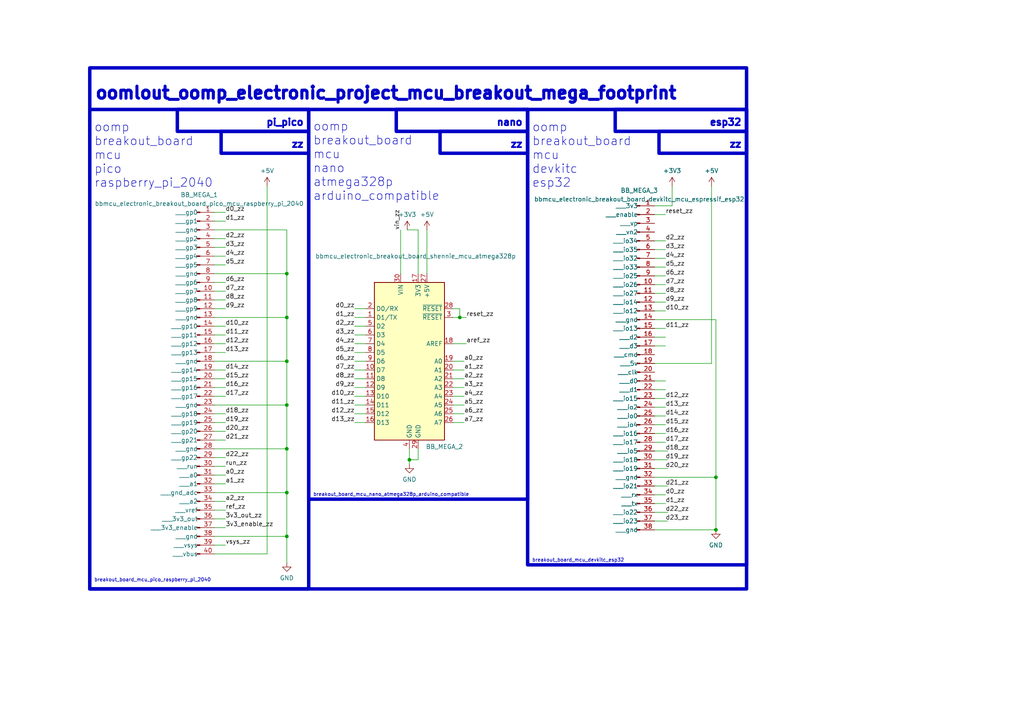
<source format=kicad_sch>
(kicad_sch (version 20230121) (generator eeschema)
  (paper "A4")
  (lib_symbols
    (symbol "oomlout_oomp_part_symbols:bbmcu_electronic_breakout_board_devkitc_mcu_espressif_esp32" (pin_names (offset 1.016))
      (property "Reference" "BB" (at 0 48.26 0))
      (property "Value" "bbmcu_electronic_breakout_board_devkitc_mcu_espressif_esp32" (at 0 -50.8 0))
      (symbol "bbmcu_electronic_breakout_board_devkitc_mcu_espressif_esp32_1_1"
        (polyline (pts (xy 1.27 -48.26) (xy 0.8636 -48.26)) (stroke (width 0.1524)))
        (polyline (pts (xy 1.27 -45.72) (xy 0.8636 -45.72)) (stroke (width 0.1524)))
        (polyline (pts (xy 1.27 -43.18) (xy 0.8636 -43.18)) (stroke (width 0.1524)))
        (polyline (pts (xy 1.27 -40.64) (xy 0.8636 -40.64)) (stroke (width 0.1524)))
        (polyline (pts (xy 1.27 -38.1) (xy 0.8636 -38.1)) (stroke (width 0.1524)))
        (polyline (pts (xy 1.27 -35.56) (xy 0.8636 -35.56)) (stroke (width 0.1524)))
        (polyline (pts (xy 1.27 -33.02) (xy 0.8636 -33.02)) (stroke (width 0.1524)))
        (polyline (pts (xy 1.27 -30.48) (xy 0.8636 -30.48)) (stroke (width 0.1524)))
        (polyline (pts (xy 1.27 -27.94) (xy 0.8636 -27.94)) (stroke (width 0.1524)))
        (polyline (pts (xy 1.27 -25.4) (xy 0.8636 -25.4)) (stroke (width 0.1524)))
        (polyline (pts (xy 1.27 -22.86) (xy 0.8636 -22.86)) (stroke (width 0.1524)))
        (polyline (pts (xy 1.27 -20.32) (xy 0.8636 -20.32)) (stroke (width 0.1524)))
        (polyline (pts (xy 1.27 -17.78) (xy 0.8636 -17.78)) (stroke (width 0.1524)))
        (polyline (pts (xy 1.27 -15.24) (xy 0.8636 -15.24)) (stroke (width 0.1524)))
        (polyline (pts (xy 1.27 -12.7) (xy 0.8636 -12.7)) (stroke (width 0.1524)))
        (polyline (pts (xy 1.27 -10.16) (xy 0.8636 -10.16)) (stroke (width 0.1524)))
        (polyline (pts (xy 1.27 -7.62) (xy 0.8636 -7.62)) (stroke (width 0.1524)))
        (polyline (pts (xy 1.27 -5.08) (xy 0.8636 -5.08)) (stroke (width 0.1524)))
        (polyline (pts (xy 1.27 -2.54) (xy 0.8636 -2.54)) (stroke (width 0.1524)))
        (polyline (pts (xy 1.27 0) (xy 0.8636 0)) (stroke (width 0.1524)))
        (polyline (pts (xy 1.27 2.54) (xy 0.8636 2.54)) (stroke (width 0.1524)))
        (polyline (pts (xy 1.27 5.08) (xy 0.8636 5.08)) (stroke (width 0.1524)))
        (polyline (pts (xy 1.27 7.62) (xy 0.8636 7.62)) (stroke (width 0.1524)))
        (polyline (pts (xy 1.27 10.16) (xy 0.8636 10.16)) (stroke (width 0.1524)))
        (polyline (pts (xy 1.27 12.7) (xy 0.8636 12.7)) (stroke (width 0.1524)))
        (polyline (pts (xy 1.27 15.24) (xy 0.8636 15.24)) (stroke (width 0.1524)))
        (polyline (pts (xy 1.27 17.78) (xy 0.8636 17.78)) (stroke (width 0.1524)))
        (polyline (pts (xy 1.27 20.32) (xy 0.8636 20.32)) (stroke (width 0.1524)))
        (polyline (pts (xy 1.27 22.86) (xy 0.8636 22.86)) (stroke (width 0.1524)))
        (polyline (pts (xy 1.27 25.4) (xy 0.8636 25.4)) (stroke (width 0.1524)))
        (polyline (pts (xy 1.27 27.94) (xy 0.8636 27.94)) (stroke (width 0.1524)))
        (polyline (pts (xy 1.27 30.48) (xy 0.8636 30.48)) (stroke (width 0.1524)))
        (polyline (pts (xy 1.27 33.02) (xy 0.8636 33.02)) (stroke (width 0.1524)))
        (polyline (pts (xy 1.27 35.56) (xy 0.8636 35.56)) (stroke (width 0.1524)))
        (polyline (pts (xy 1.27 38.1) (xy 0.8636 38.1)) (stroke (width 0.1524)))
        (polyline (pts (xy 1.27 40.64) (xy 0.8636 40.64)) (stroke (width 0.1524)))
        (polyline (pts (xy 1.27 43.18) (xy 0.8636 43.18)) (stroke (width 0.1524)))
        (polyline (pts (xy 1.27 45.72) (xy 0.8636 45.72)) (stroke (width 0.1524)))
        (rectangle (start 0.8636 -48.133) (end 0 -48.387) (stroke (width 0.1524)) (fill (type outline)))
        (rectangle (start 0.8636 -45.593) (end 0 -45.847) (stroke (width 0.1524)) (fill (type outline)))
        (rectangle (start 0.8636 -43.053) (end 0 -43.307) (stroke (width 0.1524)) (fill (type outline)))
        (rectangle (start 0.8636 -40.513) (end 0 -40.767) (stroke (width 0.1524)) (fill (type outline)))
        (rectangle (start 0.8636 -37.973) (end 0 -38.227) (stroke (width 0.1524)) (fill (type outline)))
        (rectangle (start 0.8636 -35.433) (end 0 -35.687) (stroke (width 0.1524)) (fill (type outline)))
        (rectangle (start 0.8636 -32.893) (end 0 -33.147) (stroke (width 0.1524)) (fill (type outline)))
        (rectangle (start 0.8636 -30.353) (end 0 -30.607) (stroke (width 0.1524)) (fill (type outline)))
        (rectangle (start 0.8636 -27.813) (end 0 -28.067) (stroke (width 0.1524)) (fill (type outline)))
        (rectangle (start 0.8636 -25.273) (end 0 -25.527) (stroke (width 0.1524)) (fill (type outline)))
        (rectangle (start 0.8636 -22.733) (end 0 -22.987) (stroke (width 0.1524)) (fill (type outline)))
        (rectangle (start 0.8636 -20.193) (end 0 -20.447) (stroke (width 0.1524)) (fill (type outline)))
        (rectangle (start 0.8636 -17.653) (end 0 -17.907) (stroke (width 0.1524)) (fill (type outline)))
        (rectangle (start 0.8636 -15.113) (end 0 -15.367) (stroke (width 0.1524)) (fill (type outline)))
        (rectangle (start 0.8636 -12.573) (end 0 -12.827) (stroke (width 0.1524)) (fill (type outline)))
        (rectangle (start 0.8636 -10.033) (end 0 -10.287) (stroke (width 0.1524)) (fill (type outline)))
        (rectangle (start 0.8636 -7.493) (end 0 -7.747) (stroke (width 0.1524)) (fill (type outline)))
        (rectangle (start 0.8636 -4.953) (end 0 -5.207) (stroke (width 0.1524)) (fill (type outline)))
        (rectangle (start 0.8636 -2.413) (end 0 -2.667) (stroke (width 0.1524)) (fill (type outline)))
        (rectangle (start 0.8636 0.127) (end 0 -0.127) (stroke (width 0.1524)) (fill (type outline)))
        (rectangle (start 0.8636 2.667) (end 0 2.413) (stroke (width 0.1524)) (fill (type outline)))
        (rectangle (start 0.8636 5.207) (end 0 4.953) (stroke (width 0.1524)) (fill (type outline)))
        (rectangle (start 0.8636 7.747) (end 0 7.493) (stroke (width 0.1524)) (fill (type outline)))
        (rectangle (start 0.8636 10.287) (end 0 10.033) (stroke (width 0.1524)) (fill (type outline)))
        (rectangle (start 0.8636 12.827) (end 0 12.573) (stroke (width 0.1524)) (fill (type outline)))
        (rectangle (start 0.8636 15.367) (end 0 15.113) (stroke (width 0.1524)) (fill (type outline)))
        (rectangle (start 0.8636 17.907) (end 0 17.653) (stroke (width 0.1524)) (fill (type outline)))
        (rectangle (start 0.8636 20.447) (end 0 20.193) (stroke (width 0.1524)) (fill (type outline)))
        (rectangle (start 0.8636 22.987) (end 0 22.733) (stroke (width 0.1524)) (fill (type outline)))
        (rectangle (start 0.8636 25.527) (end 0 25.273) (stroke (width 0.1524)) (fill (type outline)))
        (rectangle (start 0.8636 28.067) (end 0 27.813) (stroke (width 0.1524)) (fill (type outline)))
        (rectangle (start 0.8636 30.607) (end 0 30.353) (stroke (width 0.1524)) (fill (type outline)))
        (rectangle (start 0.8636 33.147) (end 0 32.893) (stroke (width 0.1524)) (fill (type outline)))
        (rectangle (start 0.8636 35.687) (end 0 35.433) (stroke (width 0.1524)) (fill (type outline)))
        (rectangle (start 0.8636 38.227) (end 0 37.973) (stroke (width 0.1524)) (fill (type outline)))
        (rectangle (start 0.8636 40.767) (end 0 40.513) (stroke (width 0.1524)) (fill (type outline)))
        (rectangle (start 0.8636 43.307) (end 0 43.053) (stroke (width 0.1524)) (fill (type outline)))
        (rectangle (start 0.8636 45.847) (end 0 45.593) (stroke (width 0.1524)) (fill (type outline)))
        (pin passive line (at 5.08 45.72 180) (length 3.81) (name "___3v3") (number "1"))
        (pin passive line (at 5.08 22.86 180) (length 3.81) (name "___io26") (number "10"))
        (pin passive line (at 5.08 20.32 180) (length 3.81) (name "___io27") (number "11"))
        (pin passive line (at 5.08 17.78 180) (length 3.81) (name "___io14") (number "12"))
        (pin passive line (at 5.08 15.24 180) (length 3.81) (name "___io12") (number "13"))
        (pin passive line (at 5.08 12.7 180) (length 3.81) (name "___gnd") (number "14"))
        (pin passive line (at 5.08 10.16 180) (length 3.81) (name "___io13") (number "15"))
        (pin passive line (at 5.08 7.62 180) (length 3.81) (name "___d2") (number "16"))
        (pin passive line (at 5.08 5.08 180) (length 3.81) (name "___d3") (number "17"))
        (pin passive line (at 5.08 2.54 180) (length 3.81) (name "___cmd") (number "18"))
        (pin passive line (at 5.08 0 180) (length 3.81) (name "___5v") (number "19"))
        (pin passive line (at 5.08 43.18 180) (length 3.81) (name "___enable") (number "2"))
        (pin passive line (at 5.08 -2.54 180) (length 3.81) (name "___clk") (number "20"))
        (pin passive line (at 5.08 -5.08 180) (length 3.81) (name "___d0") (number "21"))
        (pin passive line (at 5.08 -7.62 180) (length 3.81) (name "___d1") (number "22"))
        (pin passive line (at 5.08 -10.16 180) (length 3.81) (name "___io15") (number "23"))
        (pin passive line (at 5.08 -12.7 180) (length 3.81) (name "___io2") (number "24"))
        (pin passive line (at 5.08 -15.24 180) (length 3.81) (name "___io0") (number "25"))
        (pin passive line (at 5.08 -17.78 180) (length 3.81) (name "___io4") (number "26"))
        (pin passive line (at 5.08 -20.32 180) (length 3.81) (name "___io16") (number "27"))
        (pin passive line (at 5.08 -22.86 180) (length 3.81) (name "___io17") (number "28"))
        (pin passive line (at 5.08 -25.4 180) (length 3.81) (name "___io5") (number "29"))
        (pin passive line (at 5.08 40.64 180) (length 3.81) (name "___vp") (number "3"))
        (pin passive line (at 5.08 -27.94 180) (length 3.81) (name "___io18") (number "30"))
        (pin passive line (at 5.08 -30.48 180) (length 3.81) (name "___io19") (number "31"))
        (pin passive line (at 5.08 -33.02 180) (length 3.81) (name "___gnd") (number "32"))
        (pin passive line (at 5.08 -35.56 180) (length 3.81) (name "___io21") (number "33"))
        (pin passive line (at 5.08 -38.1 180) (length 3.81) (name "___rx") (number "34"))
        (pin passive line (at 5.08 -40.64 180) (length 3.81) (name "___tx") (number "35"))
        (pin passive line (at 5.08 -43.18 180) (length 3.81) (name "___io22") (number "36"))
        (pin passive line (at 5.08 -45.72 180) (length 3.81) (name "___io23") (number "37"))
        (pin passive line (at 5.08 -48.26 180) (length 3.81) (name "___gnd") (number "38"))
        (pin passive line (at 5.08 38.1 180) (length 3.81) (name "___vn2") (number "4"))
        (pin passive line (at 5.08 35.56 180) (length 3.81) (name "___io34") (number "5"))
        (pin passive line (at 5.08 33.02 180) (length 3.81) (name "___io35") (number "6"))
        (pin passive line (at 5.08 30.48 180) (length 3.81) (name "___io32") (number "7"))
        (pin passive line (at 5.08 27.94 180) (length 3.81) (name "___io33") (number "8"))
        (pin passive line (at 5.08 25.4 180) (length 3.81) (name "___io25") (number "9"))
      )
    )
    (symbol "oomlout_oomp_part_symbols:bbmcu_electronic_breakout_board_pico_mcu_raspberry_pi_2040" (pin_names (offset 1.016))
      (property "Reference" "BB" (at 0 50.8 0))
      (property "Value" "bbmcu_electronic_breakout_board_pico_mcu_raspberry_pi_2040" (at 0 -53.34 0))
      (symbol "bbmcu_electronic_breakout_board_pico_mcu_raspberry_pi_2040_1_1"
        (polyline (pts (xy 1.27 -50.8) (xy 0.8636 -50.8)) (stroke (width 0.1524)))
        (polyline (pts (xy 1.27 -48.26) (xy 0.8636 -48.26)) (stroke (width 0.1524)))
        (polyline (pts (xy 1.27 -45.72) (xy 0.8636 -45.72)) (stroke (width 0.1524)))
        (polyline (pts (xy 1.27 -43.18) (xy 0.8636 -43.18)) (stroke (width 0.1524)))
        (polyline (pts (xy 1.27 -40.64) (xy 0.8636 -40.64)) (stroke (width 0.1524)))
        (polyline (pts (xy 1.27 -38.1) (xy 0.8636 -38.1)) (stroke (width 0.1524)))
        (polyline (pts (xy 1.27 -35.56) (xy 0.8636 -35.56)) (stroke (width 0.1524)))
        (polyline (pts (xy 1.27 -33.02) (xy 0.8636 -33.02)) (stroke (width 0.1524)))
        (polyline (pts (xy 1.27 -30.48) (xy 0.8636 -30.48)) (stroke (width 0.1524)))
        (polyline (pts (xy 1.27 -27.94) (xy 0.8636 -27.94)) (stroke (width 0.1524)))
        (polyline (pts (xy 1.27 -25.4) (xy 0.8636 -25.4)) (stroke (width 0.1524)))
        (polyline (pts (xy 1.27 -22.86) (xy 0.8636 -22.86)) (stroke (width 0.1524)))
        (polyline (pts (xy 1.27 -20.32) (xy 0.8636 -20.32)) (stroke (width 0.1524)))
        (polyline (pts (xy 1.27 -17.78) (xy 0.8636 -17.78)) (stroke (width 0.1524)))
        (polyline (pts (xy 1.27 -15.24) (xy 0.8636 -15.24)) (stroke (width 0.1524)))
        (polyline (pts (xy 1.27 -12.7) (xy 0.8636 -12.7)) (stroke (width 0.1524)))
        (polyline (pts (xy 1.27 -10.16) (xy 0.8636 -10.16)) (stroke (width 0.1524)))
        (polyline (pts (xy 1.27 -7.62) (xy 0.8636 -7.62)) (stroke (width 0.1524)))
        (polyline (pts (xy 1.27 -5.08) (xy 0.8636 -5.08)) (stroke (width 0.1524)))
        (polyline (pts (xy 1.27 -2.54) (xy 0.8636 -2.54)) (stroke (width 0.1524)))
        (polyline (pts (xy 1.27 0) (xy 0.8636 0)) (stroke (width 0.1524)))
        (polyline (pts (xy 1.27 2.54) (xy 0.8636 2.54)) (stroke (width 0.1524)))
        (polyline (pts (xy 1.27 5.08) (xy 0.8636 5.08)) (stroke (width 0.1524)))
        (polyline (pts (xy 1.27 7.62) (xy 0.8636 7.62)) (stroke (width 0.1524)))
        (polyline (pts (xy 1.27 10.16) (xy 0.8636 10.16)) (stroke (width 0.1524)))
        (polyline (pts (xy 1.27 12.7) (xy 0.8636 12.7)) (stroke (width 0.1524)))
        (polyline (pts (xy 1.27 15.24) (xy 0.8636 15.24)) (stroke (width 0.1524)))
        (polyline (pts (xy 1.27 17.78) (xy 0.8636 17.78)) (stroke (width 0.1524)))
        (polyline (pts (xy 1.27 20.32) (xy 0.8636 20.32)) (stroke (width 0.1524)))
        (polyline (pts (xy 1.27 22.86) (xy 0.8636 22.86)) (stroke (width 0.1524)))
        (polyline (pts (xy 1.27 25.4) (xy 0.8636 25.4)) (stroke (width 0.1524)))
        (polyline (pts (xy 1.27 27.94) (xy 0.8636 27.94)) (stroke (width 0.1524)))
        (polyline (pts (xy 1.27 30.48) (xy 0.8636 30.48)) (stroke (width 0.1524)))
        (polyline (pts (xy 1.27 33.02) (xy 0.8636 33.02)) (stroke (width 0.1524)))
        (polyline (pts (xy 1.27 35.56) (xy 0.8636 35.56)) (stroke (width 0.1524)))
        (polyline (pts (xy 1.27 38.1) (xy 0.8636 38.1)) (stroke (width 0.1524)))
        (polyline (pts (xy 1.27 40.64) (xy 0.8636 40.64)) (stroke (width 0.1524)))
        (polyline (pts (xy 1.27 43.18) (xy 0.8636 43.18)) (stroke (width 0.1524)))
        (polyline (pts (xy 1.27 45.72) (xy 0.8636 45.72)) (stroke (width 0.1524)))
        (polyline (pts (xy 1.27 48.26) (xy 0.8636 48.26)) (stroke (width 0.1524)))
        (rectangle (start 0.8636 -50.673) (end 0 -50.927) (stroke (width 0.1524)) (fill (type outline)))
        (rectangle (start 0.8636 -48.133) (end 0 -48.387) (stroke (width 0.1524)) (fill (type outline)))
        (rectangle (start 0.8636 -45.593) (end 0 -45.847) (stroke (width 0.1524)) (fill (type outline)))
        (rectangle (start 0.8636 -43.053) (end 0 -43.307) (stroke (width 0.1524)) (fill (type outline)))
        (rectangle (start 0.8636 -40.513) (end 0 -40.767) (stroke (width 0.1524)) (fill (type outline)))
        (rectangle (start 0.8636 -37.973) (end 0 -38.227) (stroke (width 0.1524)) (fill (type outline)))
        (rectangle (start 0.8636 -35.433) (end 0 -35.687) (stroke (width 0.1524)) (fill (type outline)))
        (rectangle (start 0.8636 -32.893) (end 0 -33.147) (stroke (width 0.1524)) (fill (type outline)))
        (rectangle (start 0.8636 -30.353) (end 0 -30.607) (stroke (width 0.1524)) (fill (type outline)))
        (rectangle (start 0.8636 -27.813) (end 0 -28.067) (stroke (width 0.1524)) (fill (type outline)))
        (rectangle (start 0.8636 -25.273) (end 0 -25.527) (stroke (width 0.1524)) (fill (type outline)))
        (rectangle (start 0.8636 -22.733) (end 0 -22.987) (stroke (width 0.1524)) (fill (type outline)))
        (rectangle (start 0.8636 -20.193) (end 0 -20.447) (stroke (width 0.1524)) (fill (type outline)))
        (rectangle (start 0.8636 -17.653) (end 0 -17.907) (stroke (width 0.1524)) (fill (type outline)))
        (rectangle (start 0.8636 -15.113) (end 0 -15.367) (stroke (width 0.1524)) (fill (type outline)))
        (rectangle (start 0.8636 -12.573) (end 0 -12.827) (stroke (width 0.1524)) (fill (type outline)))
        (rectangle (start 0.8636 -10.033) (end 0 -10.287) (stroke (width 0.1524)) (fill (type outline)))
        (rectangle (start 0.8636 -7.493) (end 0 -7.747) (stroke (width 0.1524)) (fill (type outline)))
        (rectangle (start 0.8636 -4.953) (end 0 -5.207) (stroke (width 0.1524)) (fill (type outline)))
        (rectangle (start 0.8636 -2.413) (end 0 -2.667) (stroke (width 0.1524)) (fill (type outline)))
        (rectangle (start 0.8636 0.127) (end 0 -0.127) (stroke (width 0.1524)) (fill (type outline)))
        (rectangle (start 0.8636 2.667) (end 0 2.413) (stroke (width 0.1524)) (fill (type outline)))
        (rectangle (start 0.8636 5.207) (end 0 4.953) (stroke (width 0.1524)) (fill (type outline)))
        (rectangle (start 0.8636 7.747) (end 0 7.493) (stroke (width 0.1524)) (fill (type outline)))
        (rectangle (start 0.8636 10.287) (end 0 10.033) (stroke (width 0.1524)) (fill (type outline)))
        (rectangle (start 0.8636 12.827) (end 0 12.573) (stroke (width 0.1524)) (fill (type outline)))
        (rectangle (start 0.8636 15.367) (end 0 15.113) (stroke (width 0.1524)) (fill (type outline)))
        (rectangle (start 0.8636 17.907) (end 0 17.653) (stroke (width 0.1524)) (fill (type outline)))
        (rectangle (start 0.8636 20.447) (end 0 20.193) (stroke (width 0.1524)) (fill (type outline)))
        (rectangle (start 0.8636 22.987) (end 0 22.733) (stroke (width 0.1524)) (fill (type outline)))
        (rectangle (start 0.8636 25.527) (end 0 25.273) (stroke (width 0.1524)) (fill (type outline)))
        (rectangle (start 0.8636 28.067) (end 0 27.813) (stroke (width 0.1524)) (fill (type outline)))
        (rectangle (start 0.8636 30.607) (end 0 30.353) (stroke (width 0.1524)) (fill (type outline)))
        (rectangle (start 0.8636 33.147) (end 0 32.893) (stroke (width 0.1524)) (fill (type outline)))
        (rectangle (start 0.8636 35.687) (end 0 35.433) (stroke (width 0.1524)) (fill (type outline)))
        (rectangle (start 0.8636 38.227) (end 0 37.973) (stroke (width 0.1524)) (fill (type outline)))
        (rectangle (start 0.8636 40.767) (end 0 40.513) (stroke (width 0.1524)) (fill (type outline)))
        (rectangle (start 0.8636 43.307) (end 0 43.053) (stroke (width 0.1524)) (fill (type outline)))
        (rectangle (start 0.8636 45.847) (end 0 45.593) (stroke (width 0.1524)) (fill (type outline)))
        (rectangle (start 0.8636 48.387) (end 0 48.133) (stroke (width 0.1524)) (fill (type outline)))
        (pin passive line (at 5.08 48.26 180) (length 3.81) (name "___gp0") (number "1"))
        (pin passive line (at 5.08 25.4 180) (length 3.81) (name "___gp7") (number "10"))
        (pin passive line (at 5.08 22.86 180) (length 3.81) (name "___gp8") (number "11"))
        (pin passive line (at 5.08 20.32 180) (length 3.81) (name "___gp9") (number "12"))
        (pin passive line (at 5.08 17.78 180) (length 3.81) (name "___gnd") (number "13"))
        (pin passive line (at 5.08 15.24 180) (length 3.81) (name "___gp10") (number "14"))
        (pin passive line (at 5.08 12.7 180) (length 3.81) (name "___gp11") (number "15"))
        (pin passive line (at 5.08 10.16 180) (length 3.81) (name "___gp12") (number "16"))
        (pin passive line (at 5.08 7.62 180) (length 3.81) (name "___gp13") (number "17"))
        (pin passive line (at 5.08 5.08 180) (length 3.81) (name "___gnd") (number "18"))
        (pin passive line (at 5.08 2.54 180) (length 3.81) (name "___gp14") (number "19"))
        (pin passive line (at 5.08 45.72 180) (length 3.81) (name "___gp1") (number "2"))
        (pin passive line (at 5.08 0 180) (length 3.81) (name "___gp15") (number "20"))
        (pin passive line (at 5.08 -2.54 180) (length 3.81) (name "___gp16") (number "21"))
        (pin passive line (at 5.08 -5.08 180) (length 3.81) (name "___gp17") (number "22"))
        (pin passive line (at 5.08 -7.62 180) (length 3.81) (name "___gnd") (number "23"))
        (pin passive line (at 5.08 -10.16 180) (length 3.81) (name "___gp18") (number "24"))
        (pin passive line (at 5.08 -12.7 180) (length 3.81) (name "___gp19") (number "25"))
        (pin passive line (at 5.08 -15.24 180) (length 3.81) (name "___gp20") (number "26"))
        (pin passive line (at 5.08 -17.78 180) (length 3.81) (name "___gp21") (number "27"))
        (pin passive line (at 5.08 -20.32 180) (length 3.81) (name "___gnd") (number "28"))
        (pin passive line (at 5.08 -22.86 180) (length 3.81) (name "___gp22") (number "29"))
        (pin passive line (at 5.08 43.18 180) (length 3.81) (name "___gnd") (number "3"))
        (pin passive line (at 5.08 -25.4 180) (length 3.81) (name "___run") (number "30"))
        (pin passive line (at 5.08 -27.94 180) (length 3.81) (name "___a0") (number "31"))
        (pin passive line (at 5.08 -30.48 180) (length 3.81) (name "___a1") (number "32"))
        (pin passive line (at 5.08 -33.02 180) (length 3.81) (name "___gnd_adc") (number "33"))
        (pin passive line (at 5.08 -35.56 180) (length 3.81) (name "___a2") (number "34"))
        (pin passive line (at 5.08 -38.1 180) (length 3.81) (name "___vref") (number "35"))
        (pin passive line (at 5.08 -40.64 180) (length 3.81) (name "___3v3_out") (number "36"))
        (pin passive line (at 5.08 -43.18 180) (length 3.81) (name "___3v3_enable") (number "37"))
        (pin passive line (at 5.08 -45.72 180) (length 3.81) (name "___gnd") (number "38"))
        (pin passive line (at 5.08 -48.26 180) (length 3.81) (name "___vsys") (number "39"))
        (pin passive line (at 5.08 40.64 180) (length 3.81) (name "___gp2") (number "4"))
        (pin passive line (at 5.08 -50.8 180) (length 3.81) (name "___vbus") (number "40"))
        (pin passive line (at 5.08 38.1 180) (length 3.81) (name "___gp3") (number "5"))
        (pin passive line (at 5.08 35.56 180) (length 3.81) (name "___gp4") (number "6"))
        (pin passive line (at 5.08 33.02 180) (length 3.81) (name "___gp5") (number "7"))
        (pin passive line (at 5.08 30.48 180) (length 3.81) (name "___gnd") (number "8"))
        (pin passive line (at 5.08 27.94 180) (length 3.81) (name "___gp6") (number "9"))
      )
    )
    (symbol "oomlout_oomp_part_symbols:bbmcu_electronic_breakout_board_shennie_mcu_atmega328p_arduino_compatible"
      (property "Reference" "BB" (at -10.16 23.495 0))
      (property "Value" "bbmcu_electronic_breakout_board_shennie_mcu_atmega328p_arduino_compatible" (at 5.08 -24.13 0))
      (symbol "bbmcu_electronic_breakout_board_shennie_mcu_atmega328p_arduino_compatible_0_1"
        (rectangle (start -10.16 22.86) (end 10.16 -22.86) (stroke (width 0.254)) (fill (type background)))
      )
      (symbol "bbmcu_electronic_breakout_board_shennie_mcu_atmega328p_arduino_compatible_1_1"
        (pin bidirectional line (at -12.7 12.7 0) (length 2.54) (name "D1/TX") (number "1"))
        (pin bidirectional line (at -12.7 -2.54 0) (length 2.54) (name "D7") (number "10"))
        (pin bidirectional line (at -12.7 -5.08 0) (length 2.54) (name "D8") (number "11"))
        (pin bidirectional line (at -12.7 -7.62 0) (length 2.54) (name "D9") (number "12"))
        (pin bidirectional line (at -12.7 -10.16 0) (length 2.54) (name "D10") (number "13"))
        (pin bidirectional line (at -12.7 -12.7 0) (length 2.54) (name "D11") (number "14"))
        (pin bidirectional line (at -12.7 -15.24 0) (length 2.54) (name "D12") (number "15"))
        (pin bidirectional line (at -12.7 -17.78 0) (length 2.54) (name "D13") (number "16"))
        (pin power_out line (at 2.54 25.4 270) (length 2.54) (name "3V3") (number "17"))
        (pin input line (at 12.7 5.08 180) (length 2.54) (name "AREF") (number "18"))
        (pin bidirectional line (at 12.7 0 180) (length 2.54) (name "A0") (number "19"))
        (pin bidirectional line (at -12.7 15.24 0) (length 2.54) (name "D0/RX") (number "2"))
        (pin bidirectional line (at 12.7 -2.54 180) (length 2.54) (name "A1") (number "20"))
        (pin bidirectional line (at 12.7 -5.08 180) (length 2.54) (name "A2") (number "21"))
        (pin bidirectional line (at 12.7 -7.62 180) (length 2.54) (name "A3") (number "22"))
        (pin bidirectional line (at 12.7 -10.16 180) (length 2.54) (name "A4") (number "23"))
        (pin bidirectional line (at 12.7 -12.7 180) (length 2.54) (name "A5") (number "24"))
        (pin bidirectional line (at 12.7 -15.24 180) (length 2.54) (name "A6") (number "25"))
        (pin bidirectional line (at 12.7 -17.78 180) (length 2.54) (name "A7") (number "26"))
        (pin power_out line (at 5.08 25.4 270) (length 2.54) (name "+5V") (number "27"))
        (pin input line (at 12.7 15.24 180) (length 2.54) (name "~{RESET}") (number "28"))
        (pin power_in line (at 2.54 -25.4 90) (length 2.54) (name "GND") (number "29"))
        (pin input line (at 12.7 12.7 180) (length 2.54) (name "~{RESET}") (number "3"))
        (pin power_in line (at -2.54 25.4 270) (length 2.54) (name "VIN") (number "30"))
        (pin power_in line (at 0 -25.4 90) (length 2.54) (name "GND") (number "4"))
        (pin bidirectional line (at -12.7 10.16 0) (length 2.54) (name "D2") (number "5"))
        (pin bidirectional line (at -12.7 7.62 0) (length 2.54) (name "D3") (number "6"))
        (pin bidirectional line (at -12.7 5.08 0) (length 2.54) (name "D4") (number "7"))
        (pin bidirectional line (at -12.7 2.54 0) (length 2.54) (name "D5") (number "8"))
        (pin bidirectional line (at -12.7 0 0) (length 2.54) (name "D6") (number "9"))
      )
    )
    (symbol "power:+3V3" (power) (pin_names (offset 0))
      (property "Value" "+3V3" (at 0 3.556 0))
      (symbol "+3V3_0_1"
        (polyline (pts (xy -0.762 1.27) (xy 0 2.54)))
        (polyline (pts (xy 0 0) (xy 0 2.54)))
        (polyline (pts (xy 0 2.54) (xy 0.762 1.27)))
      )
      (symbol "+3V3_1_1"
        (pin power_in line (at 0 0 90) (length 0) hide (name "+3V3") (number "1"))
      )
    )
    (symbol "power:+5V" (power) (pin_names (offset 0))
      (property "Value" "+5V" (at 0 3.556 0))
      (symbol "+5V_0_1"
        (polyline (pts (xy -0.762 1.27) (xy 0 2.54)))
        (polyline (pts (xy 0 0) (xy 0 2.54)))
        (polyline (pts (xy 0 2.54) (xy 0.762 1.27)))
      )
      (symbol "+5V_1_1"
        (pin power_in line (at 0 0 90) (length 0) hide (name "+5V") (number "1"))
      )
    )
    (symbol "power:GND" (power) (pin_names (offset 0))
      (property "Value" "GND" (at 0 -3.81 0))
      (symbol "GND_0_1"
        (polyline (pts (xy 0 0) (xy 0 -1.27) (xy 1.27 -1.27) (xy 0 -2.54) (xy -1.27 -1.27) (xy 0 -1.27)))
      )
      (symbol "GND_1_1"
        (pin power_in line (at 0 0 270) (length 0) hide (name "GND") (number "1"))
      )
    )
  )
  (junction (at 118.745 133.35))
  (junction (at 207.645 153.67))
  (junction (at 207.645 138.43))
  (junction (at 83.185 117.475))
  (junction (at 83.185 130.175))
  (junction (at 83.185 155.575))
  (junction (at 83.185 92.075))
  (junction (at 83.185 142.875))
  (junction (at 133.35 92.075))
  (junction (at 83.185 79.375))
  (junction (at 83.185 104.775))
  (wire (pts (xy 83.185 155.575) (xy 62.23 155.575)))
  (wire (pts (xy 131.445 117.475) (xy 134.62 117.475)))
  (wire (pts (xy 102.87 99.695) (xy 106.045 99.695)))
  (wire (pts (xy 62.23 104.775) (xy 83.185 104.775)))
  (wire (pts (xy 62.23 71.755) (xy 65.405 71.755)))
  (wire (pts (xy 189.865 140.97) (xy 193.675 140.97)))
  (wire (pts (xy 62.23 92.075) (xy 83.185 92.075)))
  (wire (pts (xy 62.23 102.235) (xy 65.405 102.235)))
  (wire (pts (xy 131.445 120.015) (xy 134.62 120.015)))
  (wire (pts (xy 62.23 69.215) (xy 65.405 69.215)))
  (wire (pts (xy 102.87 104.775) (xy 106.045 104.775)))
  (wire (pts (xy 207.645 138.43) (xy 207.645 153.67)))
  (wire (pts (xy 189.865 120.65) (xy 193.04 120.65)))
  (wire (pts (xy 62.23 117.475) (xy 83.185 117.475)))
  (wire (pts (xy 62.23 120.015) (xy 65.405 120.015)))
  (wire (pts (xy 62.23 147.955) (xy 65.405 147.955)))
  (wire (pts (xy 102.87 117.475) (xy 106.045 117.475)))
  (wire (pts (xy 102.87 120.015) (xy 106.045 120.015)))
  (wire (pts (xy 62.23 89.535) (xy 65.405 89.535)))
  (wire (pts (xy 102.87 89.535) (xy 106.045 89.535)))
  (wire (pts (xy 102.87 102.235) (xy 106.045 102.235)))
  (wire (pts (xy 62.23 122.555) (xy 65.405 122.555)))
  (wire (pts (xy 123.825 66.675) (xy 123.825 79.375)))
  (wire (pts (xy 189.865 77.47) (xy 193.04 77.47)))
  (wire (pts (xy 189.865 130.81) (xy 193.675 130.81)))
  (wire (pts (xy 62.23 99.695) (xy 65.405 99.695)))
  (wire (pts (xy 133.35 92.075) (xy 135.255 92.075)))
  (wire (pts (xy 62.23 153.035) (xy 65.405 153.035)))
  (wire (pts (xy 62.23 158.115) (xy 65.405 158.115)))
  (wire (pts (xy 62.23 135.255) (xy 65.405 135.255)))
  (wire (pts (xy 62.23 84.455) (xy 65.405 84.455)))
  (wire (pts (xy 194.945 53.975) (xy 194.945 59.69)))
  (wire (pts (xy 62.23 140.335) (xy 65.405 140.335)))
  (wire (pts (xy 189.865 148.59) (xy 193.675 148.59)))
  (wire (pts (xy 189.865 74.93) (xy 193.04 74.93)))
  (wire (pts (xy 118.11 66.675) (xy 121.285 66.675)))
  (wire (pts (xy 131.445 109.855) (xy 134.62 109.855)))
  (wire (pts (xy 189.865 95.25) (xy 193.04 95.25)))
  (wire (pts (xy 121.285 66.675) (xy 121.285 79.375)))
  (wire (pts (xy 62.23 61.595) (xy 65.405 61.595)))
  (wire (pts (xy 83.185 104.775) (xy 83.185 117.475)))
  (wire (pts (xy 189.865 115.57) (xy 193.04 115.57)))
  (wire (pts (xy 131.445 114.935) (xy 134.62 114.935)))
  (wire (pts (xy 62.23 81.915) (xy 65.405 81.915)))
  (wire (pts (xy 118.745 133.35) (xy 118.745 134.62)))
  (wire (pts (xy 62.23 114.935) (xy 65.405 114.935)))
  (wire (pts (xy 189.865 90.17) (xy 193.04 90.17)))
  (wire (pts (xy 62.23 145.415) (xy 65.405 145.415)))
  (wire (pts (xy 102.87 94.615) (xy 106.045 94.615)))
  (wire (pts (xy 194.945 59.69) (xy 189.865 59.69)))
  (wire (pts (xy 83.185 79.375) (xy 83.185 92.075)))
  (wire (pts (xy 189.865 146.05) (xy 193.04 146.05)))
  (wire (pts (xy 189.865 82.55) (xy 193.04 82.55)))
  (wire (pts (xy 62.23 160.655) (xy 77.47 160.655)))
  (wire (pts (xy 189.865 113.03) (xy 193.04 113.03)))
  (wire (pts (xy 62.23 132.715) (xy 65.405 132.715)))
  (wire (pts (xy 62.23 150.495) (xy 65.405 150.495)))
  (wire (pts (xy 189.865 118.11) (xy 193.04 118.11)))
  (wire (pts (xy 121.285 133.35) (xy 118.745 133.35)))
  (wire (pts (xy 83.185 92.075) (xy 83.185 104.775)))
  (wire (pts (xy 133.35 89.535) (xy 133.35 92.075)))
  (wire (pts (xy 189.865 100.33) (xy 193.04 100.33)))
  (wire (pts (xy 189.865 143.51) (xy 193.04 143.51)))
  (wire (pts (xy 62.23 109.855) (xy 65.405 109.855)))
  (wire (pts (xy 189.865 133.35) (xy 193.675 133.35)))
  (wire (pts (xy 189.865 92.71) (xy 207.645 92.71)))
  (wire (pts (xy 189.865 135.89) (xy 193.675 135.89)))
  (wire (pts (xy 62.23 66.675) (xy 83.185 66.675)))
  (wire (pts (xy 118.745 130.175) (xy 118.745 133.35)))
  (wire (pts (xy 131.445 104.775) (xy 134.62 104.775)))
  (wire (pts (xy 102.87 114.935) (xy 106.045 114.935)))
  (wire (pts (xy 116.205 66.675) (xy 116.205 79.375)))
  (wire (pts (xy 131.445 112.395) (xy 134.62 112.395)))
  (wire (pts (xy 131.445 99.695) (xy 135.255 99.695)))
  (wire (pts (xy 62.23 125.095) (xy 65.405 125.095)))
  (wire (pts (xy 189.865 151.13) (xy 193.675 151.13)))
  (wire (pts (xy 83.185 130.175) (xy 83.185 142.875)))
  (wire (pts (xy 189.865 128.27) (xy 193.04 128.27)))
  (wire (pts (xy 83.185 142.875) (xy 83.185 155.575)))
  (wire (pts (xy 62.23 79.375) (xy 83.185 79.375)))
  (wire (pts (xy 62.23 94.615) (xy 65.405 94.615)))
  (wire (pts (xy 102.87 107.315) (xy 106.045 107.315)))
  (wire (pts (xy 189.865 80.01) (xy 193.04 80.01)))
  (wire (pts (xy 83.185 66.675) (xy 83.185 79.375)))
  (wire (pts (xy 62.23 64.135) (xy 65.405 64.135)))
  (wire (pts (xy 189.865 125.73) (xy 193.04 125.73)))
  (wire (pts (xy 189.865 87.63) (xy 193.04 87.63)))
  (wire (pts (xy 62.23 127.635) (xy 65.405 127.635)))
  (wire (pts (xy 102.87 109.855) (xy 106.045 109.855)))
  (wire (pts (xy 131.445 89.535) (xy 133.35 89.535)))
  (wire (pts (xy 133.35 92.075) (xy 131.445 92.075)))
  (wire (pts (xy 62.23 76.835) (xy 65.405 76.835)))
  (wire (pts (xy 83.185 117.475) (xy 83.185 130.175)))
  (wire (pts (xy 189.865 110.49) (xy 193.04 110.49)))
  (wire (pts (xy 102.87 112.395) (xy 106.045 112.395)))
  (wire (pts (xy 102.87 92.075) (xy 106.045 92.075)))
  (wire (pts (xy 207.645 92.71) (xy 207.645 138.43)))
  (wire (pts (xy 102.87 122.555) (xy 106.045 122.555)))
  (wire (pts (xy 62.23 130.175) (xy 83.185 130.175)))
  (wire (pts (xy 102.87 97.155) (xy 106.045 97.155)))
  (wire (pts (xy 189.865 123.19) (xy 193.04 123.19)))
  (wire (pts (xy 62.23 74.295) (xy 65.405 74.295)))
  (wire (pts (xy 62.23 137.795) (xy 65.405 137.795)))
  (wire (pts (xy 189.865 62.23) (xy 193.04 62.23)))
  (wire (pts (xy 62.23 86.995) (xy 65.405 86.995)))
  (wire (pts (xy 121.285 130.175) (xy 121.285 133.35)))
  (wire (pts (xy 77.47 160.655) (xy 77.47 53.975)))
  (wire (pts (xy 131.445 107.315) (xy 134.62 107.315)))
  (wire (pts (xy 206.375 53.975) (xy 206.375 105.41)))
  (wire (pts (xy 206.375 105.41) (xy 189.865 105.41)))
  (wire (pts (xy 62.23 112.395) (xy 65.405 112.395)))
  (wire (pts (xy 62.23 107.315) (xy 65.405 107.315)))
  (wire (pts (xy 189.865 85.09) (xy 193.04 85.09)))
  (wire (pts (xy 189.865 138.43) (xy 207.645 138.43)))
  (wire (pts (xy 189.865 69.85) (xy 193.04 69.85)))
  (wire (pts (xy 62.23 142.875) (xy 83.185 142.875)))
  (wire (pts (xy 189.865 97.79) (xy 193.04 97.79)))
  (wire (pts (xy 62.23 97.155) (xy 65.405 97.155)))
  (wire (pts (xy 83.185 163.195) (xy 83.185 155.575)))
  (wire (pts (xy 131.445 122.555) (xy 134.62 122.555)))
  (wire (pts (xy 189.865 72.39) (xy 193.04 72.39)))
  (wire (pts (xy 207.645 153.67) (xy 189.865 153.67)))
  (rectangle (start 191.135 38.1) (end 216.535 44.45) (stroke (width 1)))
  (rectangle (start 114.935 31.75) (end 153.035 38.1) (stroke (width 1)))
  (rectangle (start 89.535 31.75) (end 153.035 144.78) (stroke (width 1)))
  (rectangle (start 153.035 31.75) (end 216.535 163.83) (stroke (width 1)))
  (rectangle (start 26.035 31.75) (end 89.535 170.815) (stroke (width 1)))
  (rectangle (start 26.035 19.685) (end 216.535 170.815) (stroke (width 1)))
  (rectangle (start 64.135 38.1) (end 89.535 44.45) (stroke (width 1)))
  (rectangle (start 178.435 31.75) (end 216.535 38.1) (stroke (width 1)))
  (rectangle (start 127.635 38.1) (end 153.035 44.45) (stroke (width 1)))
  (rectangle (start 51.435 31.75) (end 89.535 38.1) (stroke (width 1)))
  (text "oomlout_oomp_electronic_project_mcu_breakout_mega_footprint" (at 27.305 29.21 0) (effects (font (size 3.5 3.5) (thickness 1) bold) (justify left bottom)))
  (text "zz" (at 215.265 43.18 0) (effects (font (size 2 2) (thickness 0.8) bold) (justify right bottom)))
  (text "oomp\nbreakout_board\nmcu\npico\nraspberry_pi_2040" (at 27.305 54.61 0) (effects (font (size 2.5 2.5)) (justify left bottom)))
  (text "nano\n" (at 151.765 36.83 0) (effects (font (size 2 2) (thickness 0.8) bold) (justify right bottom)))
  (text "breakout_board_mcu_pico_raspberry_pi_2040" (at 27.305 168.91 0) (effects (font (size 1 1)) (justify left bottom)))
  (text "zz" (at 88.265 43.18 0) (effects (font (size 2 2) (thickness 0.8) bold) (justify right bottom)))
  (text "oomp\nbreakout_board\nmcu\nnano\natmega328p\narduino_compatible" (at 90.805 58.42 0) (effects (font (size 2.5 2.5)) (justify left bottom)))
  (text "breakout_board_mcu_nano_atmega328p_arduino_compatible" (at 90.805 144.145 0) (effects (font (size 1 1)) (justify left bottom)))
  (text "pi_pico\n" (at 88.265 36.83 0) (effects (font (size 2 2) (thickness 0.8) bold) (justify right bottom)))
  (text "zz" (at 151.765 43.18 0) (effects (font (size 2 2) (thickness 0.8) bold) (justify right bottom)))
  (text "breakout_board_mcu_devkitc_esp32" (at 154.305 163.195 0) (effects (font (size 1 1)) (justify left bottom)))
  (text "oomp\nbreakout_board\nmcu\ndevkitc\nesp32" (at 154.305 54.61 0) (effects (font (size 2.5 2.5)) (justify left bottom)))
  (text "esp32\n" (at 215.265 36.83 0) (effects (font (size 2 2) (thickness 0.8) bold) (justify right bottom)))
  (label "d12_zz" (at 65.405 99.695 0))
  (label "d10_zz" (at 65.405 94.615 0))
  (label "d1_zz" (at 65.405 64.135 0))
  (label "d20_zz" (at 65.405 125.095 0))
  (label "d8_zz" (at 193.04 85.09 0))
  (label "d18_zz" (at 193.04 130.81 0))
  (label "a1_zz" (at 134.62 107.315 0))
  (label "d2_zz" (at 102.87 94.615 180))
  (label "vin_zz" (at 116.205 66.675 90))
  (label "d4_zz" (at 193.04 74.93 0))
  (label "a2_zz" (at 134.62 109.855 0))
  (label "d0_zz" (at 65.405 61.595 0))
  (label "d3_zz" (at 65.405 71.755 0))
  (label "d7_zz" (at 65.405 84.455 0))
  (label "d19_zz" (at 193.04 133.35 0))
  (label "d17_zz" (at 193.04 128.27 0))
  (label "d23_zz" (at 193.04 151.13 0))
  (label "d4_zz" (at 102.87 99.695 180))
  (label "d14_zz" (at 193.04 120.65 0))
  (label "d16_zz" (at 65.405 112.395 0))
  (label "d6_zz" (at 102.87 104.775 180))
  (label "d20_zz" (at 193.04 135.89 0))
  (label "d17_zz" (at 65.405 114.935 0))
  (label "d1_zz" (at 193.04 146.05 0))
  (label "d21_zz" (at 65.405 127.635 0))
  (label "d16_zz" (at 193.04 125.73 0))
  (label "d2_zz" (at 193.04 69.85 0))
  (label "reset_zz" (at 135.255 92.075 0))
  (label "d3_zz" (at 102.87 97.155 180))
  (label "aref_zz" (at 135.255 99.695 0))
  (label "d15_zz" (at 193.04 123.19 0))
  (label "d9_zz" (at 65.405 89.535 0))
  (label "d19_zz" (at 65.405 122.555 0))
  (label "d3_zz" (at 193.04 72.39 0))
  (label "a0_zz" (at 134.62 104.775 0))
  (label "a0_zz" (at 65.405 137.795 0))
  (label "d8_zz" (at 102.87 109.855 180))
  (label "d0_zz" (at 193.04 143.51 0))
  (label "a5_zz" (at 134.62 117.475 0))
  (label "d5_zz" (at 102.87 102.235 180))
  (label "d6_zz" (at 65.405 81.915 0))
  (label "d7_zz" (at 102.87 107.315 180))
  (label "d11_zz" (at 193.04 95.25 0))
  (label "a7_zz" (at 134.62 122.555 0))
  (label "d1_zz" (at 102.87 92.075 180))
  (label "d13_zz" (at 65.405 102.235 0))
  (label "d13_zz" (at 102.87 122.555 180))
  (label "d9_zz" (at 102.87 112.395 180))
  (label "run_zz" (at 65.405 135.255 0))
  (label "d11_zz" (at 65.405 97.155 0))
  (label "d21_zz" (at 193.04 140.97 0))
  (label "d22_zz" (at 65.405 132.715 0))
  (label "reset_zz" (at 193.04 62.23 0))
  (label "d0_zz" (at 102.87 89.535 180))
  (label "d18_zz" (at 65.405 120.015 0))
  (label "d10_zz" (at 102.87 114.935 180))
  (label "d14_zz" (at 65.405 107.315 0))
  (label "d12_zz" (at 102.87 120.015 180))
  (label "3v3_enable_zz" (at 65.405 153.035 0))
  (label "3v3_out_zz" (at 65.405 150.495 0))
  (label "d5_zz" (at 65.405 76.835 0))
  (label "d13_zz" (at 193.04 118.11 0))
  (label "vsys_zz" (at 65.405 158.115 0))
  (label "d10_zz" (at 193.04 90.17 0))
  (label "d6_zz" (at 193.04 80.01 0))
  (label "a1_zz" (at 65.405 140.335 0))
  (label "ref_zz" (at 65.405 147.955 0))
  (label "d15_zz" (at 65.405 109.855 0))
  (label "d2_zz" (at 65.405 69.215 0))
  (label "a3_zz" (at 134.62 112.395 0))
  (label "a2_zz" (at 65.405 145.415 0))
  (label "a6_zz" (at 134.62 120.015 0))
  (label "d7_zz" (at 193.04 82.55 0))
  (label "d12_zz" (at 193.04 115.57 0))
  (label "d9_zz" (at 193.04 87.63 0))
  (label "a4_zz" (at 134.62 114.935 0))
  (label "d5_zz" (at 193.04 77.47 0))
  (label "d22_zz" (at 193.04 148.59 0))
  (label "d8_zz" (at 65.405 86.995 0))
  (label "d4_zz" (at 65.405 74.295 0))
  (label "d11_zz" (at 102.87 117.475 180))
  (symbol (lib_id "oomlout_oomp_part_symbols:bbmcu_electronic_breakout_board_pico_mcu_raspberry_pi_2040") (at 57.15 109.855 0) (unit 1)
    (property "Reference" "BB_MEGA_1" (at 57.785 56.515 0))
    (property "Value" "bbmcu_electronic_breakout_board_pico_mcu_raspberry_pi_2040" (at 57.785 59.055 0))
    (property "Footprint" "oomlout_oomp_part_footprints:bbmcu_electronic_breakout_board_pico_mcu_raspberry_pi_2040" (effects hide))
    (property "Datasheet" "https://github.com/oomlout/oomlout_oomp_v3/parts/electronic_breakout_board_pico_mcu_raspberry_pi_2040/datasheet.pdf" (effects hide))
  )
  (symbol (lib_id "power:+3V3") (at 194.945 53.975 0) (unit 1)
    (property "Reference" "#PWR06" (effects hide))
    (property "Value" "+3V3" (at 194.945 49.53 0))
  )
  (symbol (lib_id "oomlout_oomp_part_symbols:bbmcu_electronic_breakout_board_devkitc_mcu_espressif_esp32") (at 184.785 105.41 0) (unit 1)
    (property "Reference" "BB_MEGA_3" (at 185.42 55.245 0))
    (property "Value" "bbmcu_electronic_breakout_board_devkitc_mcu_espressif_esp32" (at 185.42 57.785 0))
    (property "Footprint" "oomlout_oomp_part_footprints:bbmcu_electronic_breakout_board_devkitc_mcu_espressif_esp32" (effects hide))
    (property "Datasheet" "https://github.com/oomlout/oomlout_oomp_v3/parts/electronic_breakout_board_devkitc_mcu_espressif_esp32/datasheet.pdf" (effects hide))
  )
  (symbol (lib_id "power:GND") (at 83.185 163.195 0) (unit 1)
    (property "Reference" "#PWR02" (effects hide))
    (property "Value" "GND" (at 83.185 167.64 0))
  )
  (symbol (lib_id "power:GND") (at 118.745 134.62 0) (unit 1)
    (property "Reference" "#PWR04" (effects hide))
    (property "Value" "GND" (at 118.745 139.065 0))
  )
  (symbol (lib_id "power:+5V") (at 77.47 53.975 0) (unit 1)
    (property "Reference" "#PWR01" (effects hide))
    (property "Value" "+5V" (at 77.47 49.53 0))
  )
  (symbol (lib_id "power:+5V") (at 206.375 53.975 0) (unit 1)
    (property "Reference" "#PWR07" (effects hide))
    (property "Value" "+5V" (at 206.375 49.53 0))
  )
  (symbol (lib_id "power:+3V3") (at 118.11 66.675 0) (unit 1)
    (property "Reference" "#PWR03" (effects hide))
    (property "Value" "+3V3" (at 118.11 62.23 0))
  )
  (symbol (lib_id "oomlout_oomp_part_symbols:bbmcu_electronic_breakout_board_shennie_mcu_atmega328p_arduino_compatible") (at 118.745 104.775 0) (unit 1)
    (property "Reference" "BB_MEGA_2" (at 123.4791 129.54 0) (effects (justify left)))
    (property "Value" "bbmcu_electronic_breakout_board_shennie_mcu_atmega328p" (at 91.44 74.295 0) (effects (justify left)))
    (property "Footprint" "oomlout_oomp_part_footprints:bbmcu_electronic_breakout_board_shennie_mcu_atmega328p_arduino_compatible" (effects hide))
    (property "Datasheet" "https://github.com/oomlout/oomlout_oomp_v3/parts/electronic_breakout_board_shennie_mcu_atmega328p_arduino_compatible/datasheet.pdf" (effects hide))
  )
  (symbol (lib_id "power:GND") (at 207.645 153.67 0) (unit 1)
    (property "Reference" "#PWR08" (effects hide))
    (property "Value" "GND" (at 207.645 158.115 0))
  )
  (symbol (lib_id "power:+5V") (at 123.825 66.675 0) (unit 1)
    (property "Reference" "#PWR05" (effects hide))
    (property "Value" "+5V" (at 123.825 62.23 0))
  )
)
</source>
